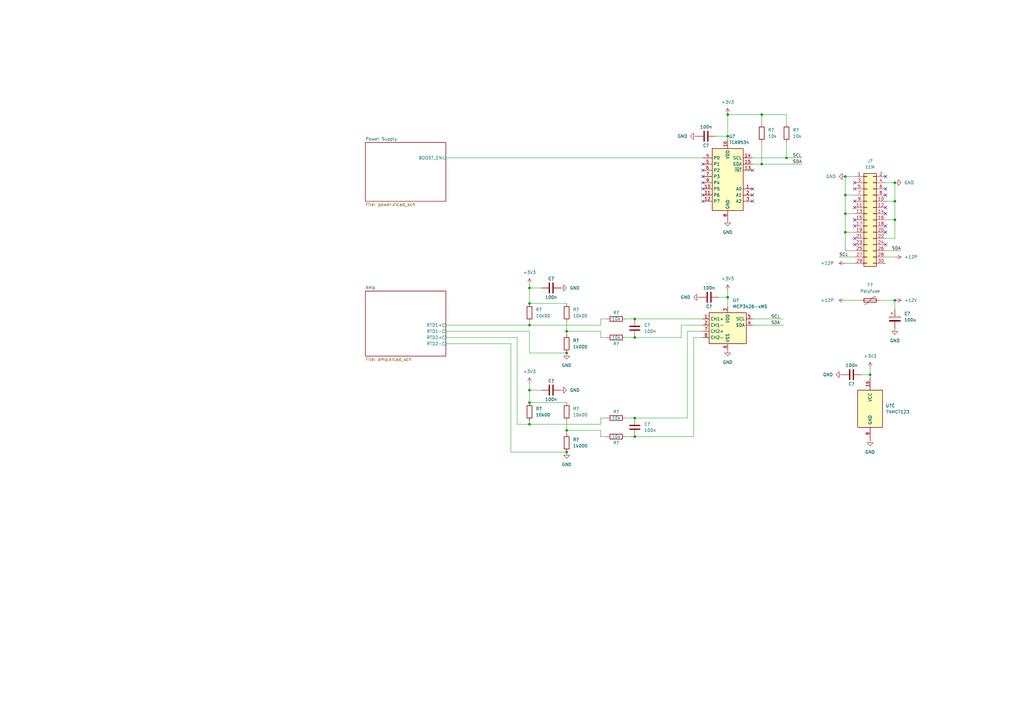
<source format=kicad_sch>
(kicad_sch (version 20211123) (generator eeschema)
  (paper "A3")
  (title_block (title "Usilitel") (date "2022-07-12") (rev "0.1") (company "M-Labs") (comment 1 "Wideband power amplifier") (comment 3 "a.k.a. topquark12") (comment 4 "Alex Wong Tat Hang"))
  (lib_symbols
    (symbol "74xx:74HCT123" (pin_names (offset 1.016))
      (property "Reference" "U" (at -7.62 8.89 0))
      (property "Value" "74HCT123" (at -7.62 -8.89 0))
      (symbol "74HCT123_1_0"
        (pin input inverted (at -12.7 -2.54 0) (length 5.08) (name "A") (number "1"))
        (pin output line (at 12.7 5.08 180) (length 5.08) (name "Q") (number "13"))
        (pin input line (at -12.7 2.54 0) (length 5.08) (name "Cext") (number "14"))
        (pin input line (at -12.7 5.08 0) (length 5.08) (name "RCext") (number "15"))
        (pin input line (at -12.7 -5.08 0) (length 5.08) (name "B") (number "2"))
        (pin input inverted (at 0 -12.7 90) (length 5.08) (name "Clr") (number "3"))
        (pin output line (at 12.7 -5.08 180) (length 5.08) (name "~{Q}") (number "4"))
      )
      (symbol "74HCT123_1_1"
        (rectangle (start -7.62 7.62) (end 7.62 -7.62) (stroke (width 0.254)) (fill (type background)))
      )
      (symbol "74HCT123_2_0"
        (pin input line (at -12.7 -5.08 0) (length 5.08) (name "B") (number "10"))
        (pin input inverted (at 0 -12.7 90) (length 5.08) (name "Clr") (number "11"))
        (pin output line (at 12.7 -5.08 180) (length 5.08) (name "~{Q}") (number "12"))
        (pin output line (at 12.7 5.08 180) (length 5.08) (name "Q") (number "5"))
        (pin input line (at -12.7 2.54 0) (length 5.08) (name "Cext") (number "6"))
        (pin input line (at -12.7 5.08 0) (length 5.08) (name "RCext") (number "7"))
        (pin input inverted (at -12.7 -2.54 0) (length 5.08) (name "A") (number "9"))
      )
      (symbol "74HCT123_2_1"
        (rectangle (start -7.62 7.62) (end 7.62 -7.62) (stroke (width 0.254)) (fill (type background)))
      )
      (symbol "74HCT123_3_0"
        (pin power_in line (at 0 12.7 270) (length 5.08) (name "VCC") (number "16"))
        (pin power_in line (at 0 -12.7 90) (length 5.08) (name "GND") (number "8"))
      )
      (symbol "74HCT123_3_1"
        (rectangle (start -5.08 7.62) (end 5.08 -7.62) (stroke (width 0.254)) (fill (type background)))
      )
    )
    (symbol "Analog_ADC:MCP3426-xMS"
      (property "Reference" "U" (at -3.81 8.89 0))
      (property "Value" "MCP3426-xMS" (at 2.54 8.89 0))
      (symbol "MCP3426-xMS_0_1"
        (rectangle (start -7.62 7.62) (end 7.62 -5.08) (stroke (width 0.254)) (fill (type background)))
      )
      (symbol "MCP3426-xMS_1_1"
        (pin input line (at -10.16 5.08 0) (length 2.54) (name "CH1+") (number "1"))
        (pin input line (at -10.16 2.54 0) (length 2.54) (name "CH1-") (number "2"))
        (pin power_in line (at 0 10.16 270) (length 2.54) (name "VDD") (number "3"))
        (pin bidirectional line (at 10.16 2.54 180) (length 2.54) (name "SDA") (number "4"))
        (pin input line (at 10.16 5.08 180) (length 2.54) (name "SCL") (number "5"))
        (pin power_in line (at 0 -7.62 90) (length 2.54) (name "VSS") (number "6"))
        (pin input line (at -10.16 0 0) (length 2.54) (name "CH2+") (number "7"))
        (pin input line (at -10.16 -2.54 0) (length 2.54) (name "CH2-") (number "8"))
      )
    )
    (symbol "Connector_Generic:Conn_02x15_Odd_Even" (pin_names (offset 1.016) hide)
      (property "Reference" "J" (at 1.27 20.32 0))
      (property "Value" "Conn_02x15_Odd_Even" (at 1.27 -20.32 0))
      (symbol "Conn_02x15_Odd_Even_1_1"
        (rectangle (start -1.27 -17.653) (end 0 -17.907) (stroke (width 0.1524)))
        (rectangle (start -1.27 -15.113) (end 0 -15.367) (stroke (width 0.1524)))
        (rectangle (start -1.27 -12.573) (end 0 -12.827) (stroke (width 0.1524)))
        (rectangle (start -1.27 -10.033) (end 0 -10.287) (stroke (width 0.1524)))
        (rectangle (start -1.27 -7.493) (end 0 -7.747) (stroke (width 0.1524)))
        (rectangle (start -1.27 -4.953) (end 0 -5.207) (stroke (width 0.1524)))
        (rectangle (start -1.27 -2.413) (end 0 -2.667) (stroke (width 0.1524)))
        (rectangle (start -1.27 0.127) (end 0 -0.127) (stroke (width 0.1524)))
        (rectangle (start -1.27 2.667) (end 0 2.413) (stroke (width 0.1524)))
        (rectangle (start -1.27 5.207) (end 0 4.953) (stroke (width 0.1524)))
        (rectangle (start -1.27 7.747) (end 0 7.493) (stroke (width 0.1524)))
        (rectangle (start -1.27 10.287) (end 0 10.033) (stroke (width 0.1524)))
        (rectangle (start -1.27 12.827) (end 0 12.573) (stroke (width 0.1524)))
        (rectangle (start -1.27 15.367) (end 0 15.113) (stroke (width 0.1524)))
        (rectangle (start -1.27 17.907) (end 0 17.653) (stroke (width 0.1524)))
        (rectangle (start -1.27 19.05) (end 3.81 -19.05) (stroke (width 0.254)) (fill (type background)))
        (rectangle (start 3.81 -17.653) (end 2.54 -17.907) (stroke (width 0.1524)))
        (rectangle (start 3.81 -15.113) (end 2.54 -15.367) (stroke (width 0.1524)))
        (rectangle (start 3.81 -12.573) (end 2.54 -12.827) (stroke (width 0.1524)))
        (rectangle (start 3.81 -10.033) (end 2.54 -10.287) (stroke (width 0.1524)))
        (rectangle (start 3.81 -7.493) (end 2.54 -7.747) (stroke (width 0.1524)))
        (rectangle (start 3.81 -4.953) (end 2.54 -5.207) (stroke (width 0.1524)))
        (rectangle (start 3.81 -2.413) (end 2.54 -2.667) (stroke (width 0.1524)))
        (rectangle (start 3.81 0.127) (end 2.54 -0.127) (stroke (width 0.1524)))
        (rectangle (start 3.81 2.667) (end 2.54 2.413) (stroke (width 0.1524)))
        (rectangle (start 3.81 5.207) (end 2.54 4.953) (stroke (width 0.1524)))
        (rectangle (start 3.81 7.747) (end 2.54 7.493) (stroke (width 0.1524)))
        (rectangle (start 3.81 10.287) (end 2.54 10.033) (stroke (width 0.1524)))
        (rectangle (start 3.81 12.827) (end 2.54 12.573) (stroke (width 0.1524)))
        (rectangle (start 3.81 15.367) (end 2.54 15.113) (stroke (width 0.1524)))
        (rectangle (start 3.81 17.907) (end 2.54 17.653) (stroke (width 0.1524)))
        (pin passive line (at -5.08 17.78 0) (length 3.81) (name "Pin_1") (number "1"))
        (pin passive line (at 7.62 7.62 180) (length 3.81) (name "Pin_10") (number "10"))
        (pin passive line (at -5.08 5.08 0) (length 3.81) (name "Pin_11") (number "11"))
        (pin passive line (at 7.62 5.08 180) (length 3.81) (name "Pin_12") (number "12"))
        (pin passive line (at -5.08 2.54 0) (length 3.81) (name "Pin_13") (number "13"))
        (pin passive line (at 7.62 2.54 180) (length 3.81) (name "Pin_14") (number "14"))
        (pin passive line (at -5.08 0 0) (length 3.81) (name "Pin_15") (number "15"))
        (pin passive line (at 7.62 0 180) (length 3.81) (name "Pin_16") (number "16"))
        (pin passive line (at -5.08 -2.54 0) (length 3.81) (name "Pin_17") (number "17"))
        (pin passive line (at 7.62 -2.54 180) (length 3.81) (name "Pin_18") (number "18"))
        (pin passive line (at -5.08 -5.08 0) (length 3.81) (name "Pin_19") (number "19"))
        (pin passive line (at 7.62 17.78 180) (length 3.81) (name "Pin_2") (number "2"))
        (pin passive line (at 7.62 -5.08 180) (length 3.81) (name "Pin_20") (number "20"))
        (pin passive line (at -5.08 -7.62 0) (length 3.81) (name "Pin_21") (number "21"))
        (pin passive line (at 7.62 -7.62 180) (length 3.81) (name "Pin_22") (number "22"))
        (pin passive line (at -5.08 -10.16 0) (length 3.81) (name "Pin_23") (number "23"))
        (pin passive line (at 7.62 -10.16 180) (length 3.81) (name "Pin_24") (number "24"))
        (pin passive line (at -5.08 -12.7 0) (length 3.81) (name "Pin_25") (number "25"))
        (pin passive line (at 7.62 -12.7 180) (length 3.81) (name "Pin_26") (number "26"))
        (pin passive line (at -5.08 -15.24 0) (length 3.81) (name "Pin_27") (number "27"))
        (pin passive line (at 7.62 -15.24 180) (length 3.81) (name "Pin_28") (number "28"))
        (pin passive line (at -5.08 -17.78 0) (length 3.81) (name "Pin_29") (number "29"))
        (pin passive line (at -5.08 15.24 0) (length 3.81) (name "Pin_3") (number "3"))
        (pin passive line (at 7.62 -17.78 180) (length 3.81) (name "Pin_30") (number "30"))
        (pin passive line (at 7.62 15.24 180) (length 3.81) (name "Pin_4") (number "4"))
        (pin passive line (at -5.08 12.7 0) (length 3.81) (name "Pin_5") (number "5"))
        (pin passive line (at 7.62 12.7 180) (length 3.81) (name "Pin_6") (number "6"))
        (pin passive line (at -5.08 10.16 0) (length 3.81) (name "Pin_7") (number "7"))
        (pin passive line (at 7.62 10.16 180) (length 3.81) (name "Pin_8") (number "8"))
        (pin passive line (at -5.08 7.62 0) (length 3.81) (name "Pin_9") (number "9"))
      )
    )
    (symbol "Device:C" (pin_numbers hide) (pin_names (offset 0.254))
      (property "Reference" "C" (at 0.635 2.54 0))
      (property "Value" "C" (at 0.635 -2.54 0))
      (symbol "C_0_1"
        (polyline (pts (xy -2.032 -0.762) (xy 2.032 -0.762)) (stroke (width 0.508)))
        (polyline (pts (xy -2.032 0.762) (xy 2.032 0.762)) (stroke (width 0.508)))
      )
      (symbol "C_1_1"
        (pin passive line (at 0 3.81 270) (length 2.794) (name "~") (number "1"))
        (pin passive line (at 0 -3.81 90) (length 2.794) (name "~") (number "2"))
      )
    )
    (symbol "Device:C_Polarized" (pin_numbers hide) (pin_names (offset 0.254))
      (property "Reference" "C" (at 0.635 2.54 0))
      (property "Value" "C_Polarized" (at 0.635 -2.54 0))
      (symbol "C_Polarized_0_1"
        (rectangle (start -2.286 0.508) (end 2.286 1.016))
        (polyline (pts (xy -1.778 2.286) (xy -0.762 2.286)))
        (polyline (pts (xy -1.27 2.794) (xy -1.27 1.778)))
        (rectangle (start 2.286 -0.508) (end -2.286 -1.016) (fill (type outline)))
      )
      (symbol "C_Polarized_1_1"
        (pin passive line (at 0 3.81 270) (length 2.794) (name "~") (number "1"))
        (pin passive line (at 0 -3.81 90) (length 2.794) (name "~") (number "2"))
      )
    )
    (symbol "Device:Polyfuse" (pin_numbers hide) (pin_names (offset 0))
      (property "Reference" "F" (at -2.54 0 90))
      (property "Value" "Polyfuse" (at 2.54 0 90))
      (symbol "Polyfuse_0_1"
        (rectangle (start -0.762 2.54) (end 0.762 -2.54) (stroke (width 0.254)))
        (polyline (pts (xy 0 2.54) (xy 0 -2.54)))
        (polyline (pts (xy -1.524 2.54) (xy -1.524 1.524) (xy 1.524 -1.524) (xy 1.524 -2.54)))
      )
      (symbol "Polyfuse_1_1"
        (pin passive line (at 0 3.81 270) (length 1.27) (name "~") (number "1"))
        (pin passive line (at 0 -3.81 90) (length 1.27) (name "~") (number "2"))
      )
    )
    (symbol "Device:R" (pin_numbers hide) (pin_names (offset 0))
      (property "Reference" "R" (at 2.032 0 90))
      (property "Value" "R" (at 0 0 90))
      (symbol "R_0_1"
        (rectangle (start -1.016 -2.54) (end 1.016 2.54) (stroke (width 0.254)))
      )
      (symbol "R_1_1"
        (pin passive line (at 0 3.81 270) (length 1.27) (name "~") (number "1"))
        (pin passive line (at 0 -3.81 90) (length 1.27) (name "~") (number "2"))
      )
    )
    (symbol "Interface_Expansion:TCA9534"
      (property "Reference" "U" (at -6.35 12.7 0))
      (property "Value" "TCA9534" (at 2.54 12.7 0))
      (symbol "TCA9534_0_1"
        (rectangle (start -6.35 -13.97) (end 6.35 11.43) (stroke (width 0.254)) (fill (type background)))
      )
      (symbol "TCA9534_1_1"
        (pin input line (at -10.16 -5.08 0) (length 3.81) (name "A0") (number "1"))
        (pin bidirectional line (at 10.16 -5.08 180) (length 3.81) (name "P5") (number "10"))
        (pin bidirectional line (at 10.16 -7.62 180) (length 3.81) (name "P6") (number "11"))
        (pin bidirectional line (at 10.16 -10.16 180) (length 3.81) (name "P7") (number "12"))
        (pin open_collector line (at -10.16 2.54 0) (length 3.81) (name "~{INT}") (number "13"))
        (pin input line (at -10.16 7.62 0) (length 3.81) (name "SCL") (number "14"))
        (pin bidirectional line (at -10.16 5.08 0) (length 3.81) (name "SDA") (number "15"))
        (pin power_in line (at 0 15.24 270) (length 3.81) (name "VDD") (number "16"))
        (pin input line (at -10.16 -7.62 0) (length 3.81) (name "A1") (number "2"))
        (pin input line (at -10.16 -10.16 0) (length 3.81) (name "A2") (number "3"))
        (pin bidirectional line (at 10.16 7.62 180) (length 3.81) (name "P0") (number "4"))
        (pin bidirectional line (at 10.16 5.08 180) (length 3.81) (name "P1") (number "5"))
        (pin bidirectional line (at 10.16 2.54 180) (length 3.81) (name "P2") (number "6"))
        (pin bidirectional line (at 10.16 0 180) (length 3.81) (name "P3") (number "7"))
        (pin power_in line (at 0 -17.78 90) (length 3.81) (name "GND") (number "8"))
        (pin bidirectional line (at 10.16 -2.54 180) (length 3.81) (name "P4") (number "9"))
      )
    )
    (symbol "power:+12P" (power) (pin_names (offset 0))
      (property "Value" "+12P" (at 0 3.556 0))
      (symbol "+12P_0_1"
        (polyline (pts (xy -0.762 1.27) (xy 0 2.54)))
        (polyline (pts (xy 0 0) (xy 0 2.54)))
        (polyline (pts (xy 0 2.54) (xy 0.762 1.27)))
      )
      (symbol "+12P_1_1"
        (pin power_in line (at 0 0 90) (length 0) hide (name "+12P") (number "1"))
      )
    )
    (symbol "power:+12V" (power) (pin_names (offset 0))
      (property "Value" "+12V" (at 0 3.556 0))
      (symbol "+12V_0_1"
        (polyline (pts (xy -0.762 1.27) (xy 0 2.54)))
        (polyline (pts (xy 0 0) (xy 0 2.54)))
        (polyline (pts (xy 0 2.54) (xy 0.762 1.27)))
      )
      (symbol "+12V_1_1"
        (pin power_in line (at 0 0 90) (length 0) hide (name "+12V") (number "1"))
      )
    )
    (symbol "power:+3V3" (power) (pin_names (offset 0))
      (property "Value" "+3V3" (at 0 3.556 0))
      (symbol "+3V3_0_1"
        (polyline (pts (xy -0.762 1.27) (xy 0 2.54)))
        (polyline (pts (xy 0 0) (xy 0 2.54)))
        (polyline (pts (xy 0 2.54) (xy 0.762 1.27)))
      )
      (symbol "+3V3_1_1"
        (pin power_in line (at 0 0 90) (length 0) hide (name "+3V3") (number "1"))
      )
    )
    (symbol "power:GND" (power) (pin_names (offset 0))
      (property "Value" "GND" (at 0 -3.81 0))
      (symbol "GND_0_1"
        (polyline (pts (xy 0 0) (xy 0 -1.27) (xy 1.27 -1.27) (xy 0 -2.54) (xy -1.27 -1.27) (xy 0 -1.27)))
      )
      (symbol "GND_1_1"
        (pin power_in line (at 0 0 270) (length 0) hide (name "GND") (number "1"))
      )
    )
  )
  (junction (at 217.17 118.11))
  (junction (at 217.17 133.35))
  (junction (at 298.45 46.99))
  (junction (at 322.58 64.77))
  (junction (at 260.35 130.81))
  (junction (at 260.35 171.45))
  (junction (at 367.03 74.93))
  (junction (at 346.71 87.63))
  (junction (at 298.45 55.88))
  (junction (at 346.71 95.25))
  (junction (at 217.17 173.99))
  (junction (at 312.42 67.31))
  (junction (at 232.41 144.78))
  (junction (at 217.17 160.02))
  (junction (at 232.41 135.89))
  (junction (at 346.71 80.01))
  (junction (at 217.17 165.1))
  (junction (at 312.42 46.99))
  (junction (at 232.41 176.53))
  (junction (at 367.03 123.19))
  (junction (at 232.41 185.42))
  (junction (at 367.03 82.55))
  (junction (at 217.17 124.46))
  (junction (at 356.87 153.67))
  (junction (at 260.35 179.07))
  (junction (at 260.35 138.43))
  (junction (at 298.45 121.92))
  (junction (at 346.71 72.39))
  (junction (at 367.03 90.17))
  (no_connect (at 363.22 80.01))
  (no_connect (at 350.52 82.55))
  (no_connect (at 350.52 90.17))
  (no_connect (at 350.52 92.71))
  (no_connect (at 350.52 97.79))
  (no_connect (at 350.52 100.33))
  (no_connect (at 350.52 74.93))
  (no_connect (at 350.52 77.47))
  (no_connect (at 363.22 72.39))
  (no_connect (at 363.22 77.47))
  (no_connect (at 350.52 85.09))
  (no_connect (at 363.22 87.63))
  (no_connect (at 363.22 85.09))
  (no_connect (at 363.22 95.25))
  (no_connect (at 363.22 92.71))
  (no_connect (at 363.22 100.33))
  (no_connect (at 308.61 77.47))
  (no_connect (at 308.61 80.01))
  (no_connect (at 308.61 82.55))
  (no_connect (at 308.61 69.85))
  (no_connect (at 288.29 74.93))
  (no_connect (at 288.29 77.47))
  (no_connect (at 288.29 80.01))
  (no_connect (at 288.29 82.55))
  (no_connect (at 288.29 72.39))
  (no_connect (at 288.29 69.85))
  (no_connect (at 288.29 67.31))
  (wire (pts (xy 363.22 90.17) (xy 367.03 90.17)))
  (wire (pts (xy 312.42 58.42) (xy 312.42 67.31)))
  (wire (pts (xy 293.37 55.88) (xy 298.45 55.88)))
  (wire (pts (xy 312.42 67.31) (xy 328.93 67.31)))
  (wire (pts (xy 246.38 133.35) (xy 217.17 133.35)))
  (wire (pts (xy 217.17 160.02) (xy 222.25 160.02)))
  (wire (pts (xy 246.38 138.43) (xy 248.92 138.43)))
  (wire (pts (xy 217.17 157.48) (xy 217.17 160.02)))
  (wire (pts (xy 217.17 118.11) (xy 222.25 118.11)))
  (wire (pts (xy 217.17 135.89) (xy 217.17 144.78)))
  (wire (pts (xy 346.71 107.95) (xy 350.52 107.95)))
  (wire (pts (xy 308.61 130.81) (xy 321.31 130.81)))
  (wire (pts (xy 246.38 171.45) (xy 248.92 171.45)))
  (wire (pts (xy 279.4 138.43) (xy 279.4 133.35)))
  (wire (pts (xy 298.45 55.88) (xy 298.45 57.15)))
  (wire (pts (xy 212.09 138.43) (xy 212.09 173.99)))
  (wire (pts (xy 246.38 179.07) (xy 248.92 179.07)))
  (wire (pts (xy 346.71 72.39) (xy 350.52 72.39)))
  (wire (pts (xy 246.38 135.89) (xy 246.38 138.43)))
  (wire (pts (xy 246.38 171.45) (xy 246.38 173.99)))
  (wire (pts (xy 217.17 133.35) (xy 217.17 132.08)))
  (wire (pts (xy 246.38 176.53) (xy 246.38 179.07)))
  (wire (pts (xy 260.35 171.45) (xy 281.94 171.45)))
  (wire (pts (xy 346.71 80.01) (xy 346.71 72.39)))
  (wire (pts (xy 312.42 46.99) (xy 322.58 46.99)))
  (wire (pts (xy 298.45 121.92) (xy 298.45 125.73)))
  (wire (pts (xy 182.88 138.43) (xy 212.09 138.43)))
  (wire (pts (xy 260.35 138.43) (xy 279.4 138.43)))
  (wire (pts (xy 232.41 135.89) (xy 246.38 135.89)))
  (wire (pts (xy 346.71 102.87) (xy 346.71 95.25)))
  (wire (pts (xy 350.52 102.87) (xy 346.71 102.87)))
  (wire (pts (xy 256.54 171.45) (xy 260.35 171.45)))
  (wire (pts (xy 346.71 87.63) (xy 346.71 80.01)))
  (wire (pts (xy 256.54 179.07) (xy 260.35 179.07)))
  (wire (pts (xy 217.17 173.99) (xy 217.17 172.72)))
  (wire (pts (xy 212.09 173.99) (xy 217.17 173.99)))
  (wire (pts (xy 279.4 133.35) (xy 288.29 133.35)))
  (wire (pts (xy 346.71 95.25) (xy 346.71 87.63)))
  (wire (pts (xy 298.45 46.99) (xy 312.42 46.99)))
  (wire (pts (xy 284.48 138.43) (xy 288.29 138.43)))
  (wire (pts (xy 363.22 82.55) (xy 367.03 82.55)))
  (wire (pts (xy 308.61 64.77) (xy 322.58 64.77)))
  (wire (pts (xy 298.45 46.99) (xy 298.45 55.88)))
  (wire (pts (xy 256.54 138.43) (xy 260.35 138.43)))
  (wire (pts (xy 246.38 130.81) (xy 248.92 130.81)))
  (wire (pts (xy 350.52 95.25) (xy 346.71 95.25)))
  (wire (pts (xy 367.03 82.55) (xy 367.03 74.93)))
  (wire (pts (xy 322.58 64.77) (xy 328.93 64.77)))
  (wire (pts (xy 182.88 133.35) (xy 217.17 133.35)))
  (wire (pts (xy 360.68 123.19) (xy 367.03 123.19)))
  (wire (pts (xy 308.61 133.35) (xy 321.31 133.35)))
  (wire (pts (xy 232.41 176.53) (xy 246.38 176.53)))
  (wire (pts (xy 308.61 67.31) (xy 312.42 67.31)))
  (wire (pts (xy 182.88 140.97) (xy 209.55 140.97)))
  (wire (pts (xy 217.17 165.1) (xy 232.41 165.1)))
  (wire (pts (xy 281.94 171.45) (xy 281.94 135.89)))
  (wire (pts (xy 281.94 135.89) (xy 288.29 135.89)))
  (wire (pts (xy 256.54 130.81) (xy 260.35 130.81)))
  (wire (pts (xy 298.45 119.38) (xy 298.45 121.92)))
  (wire (pts (xy 217.17 118.11) (xy 217.17 124.46)))
  (wire (pts (xy 232.41 135.89) (xy 232.41 137.16)))
  (wire (pts (xy 363.22 74.93) (xy 367.03 74.93)))
  (wire (pts (xy 246.38 130.81) (xy 246.38 133.35)))
  (wire (pts (xy 350.52 80.01) (xy 346.71 80.01)))
  (wire (pts (xy 363.22 97.79) (xy 367.03 97.79)))
  (wire (pts (xy 209.55 185.42) (xy 232.41 185.42)))
  (wire (pts (xy 353.06 153.67) (xy 356.87 153.67)))
  (wire (pts (xy 260.35 179.07) (xy 284.48 179.07)))
  (wire (pts (xy 260.35 130.81) (xy 288.29 130.81)))
  (wire (pts (xy 312.42 46.99) (xy 312.42 50.8)))
  (wire (pts (xy 294.64 121.92) (xy 298.45 121.92)))
  (wire (pts (xy 246.38 173.99) (xy 217.17 173.99)))
  (wire (pts (xy 344.17 105.41) (xy 350.52 105.41)))
  (wire (pts (xy 232.41 172.72) (xy 232.41 176.53)))
  (wire (pts (xy 363.22 102.87) (xy 369.57 102.87)))
  (wire (pts (xy 217.17 160.02) (xy 217.17 165.1)))
  (wire (pts (xy 350.52 87.63) (xy 346.71 87.63)))
  (wire (pts (xy 322.58 58.42) (xy 322.58 64.77)))
  (wire (pts (xy 363.22 105.41) (xy 367.03 105.41)))
  (wire (pts (xy 209.55 140.97) (xy 209.55 185.42)))
  (wire (pts (xy 356.87 151.13) (xy 356.87 153.67)))
  (wire (pts (xy 182.88 135.89) (xy 217.17 135.89)))
  (wire (pts (xy 284.48 179.07) (xy 284.48 138.43)))
  (wire (pts (xy 232.41 132.08) (xy 232.41 135.89)))
  (wire (pts (xy 182.88 64.77) (xy 288.29 64.77)))
  (wire (pts (xy 367.03 97.79) (xy 367.03 90.17)))
  (wire (pts (xy 367.03 90.17) (xy 367.03 82.55)))
  (wire (pts (xy 232.41 176.53) (xy 232.41 177.8)))
  (wire (pts (xy 217.17 124.46) (xy 232.41 124.46)))
  (wire (pts (xy 367.03 123.19) (xy 367.03 127)))
  (wire (pts (xy 217.17 144.78) (xy 232.41 144.78)))
  (wire (pts (xy 356.87 153.67) (xy 356.87 154.94)))
  (wire (pts (xy 322.58 46.99) (xy 322.58 50.8)))
  (wire (pts (xy 346.71 123.19) (xy 353.06 123.19)))
  (wire (pts (xy 217.17 116.84) (xy 217.17 118.11)))
  (label "SDA" (at 316.23 133.35 0))
  (label "SDA" (at 365.76 102.87 0))
  (label "SCL" (at 325.12 64.77 0))
  (label "SCL" (at 344.17 105.41 0))
  (label "SDA" (at 325.12 67.31 0))
  (label "SCL" (at 316.23 130.81 0))
  (symbol (lib_id "Device:C") (at 289.56 55.88 90) (unit 1)
    (property "Reference" "C?" (at 289.56 59.69 90))
    (property "Value" "100n" (at 289.56 52.07 90))
  )
  (symbol (lib_id "power:GND") (at 287.02 121.92 270) (unit 1)
    (property "Reference" "#PWR?" (effects hide))
    (property "Value" "GND" (at 283.21 121.9199 90) (effects (justify right)))
  )
  (symbol (lib_id "power:+12P") (at 367.03 105.41 270) (unit 1)
    (property "Reference" "#PWR?" (effects hide))
    (property "Value" "+12P" (at 370.84 105.4099 90) (effects (justify left)))
  )
  (symbol (lib_id "Connector_Generic:Conn_02x15_Odd_Even") (at 355.6 90.17 0) (unit 1)
    (property "Reference" "J?" (at 356.87 66.04 0))
    (property "Value" "EEM" (at 356.87 68.58 0))
  )
  (symbol (lib_id "Device:Polyfuse") (at 356.87 123.19 90) (unit 1)
    (property "Reference" "F?" (at 356.87 116.84 90))
    (property "Value" "Polyfuse" (at 356.87 119.38 90))
  )
  (symbol (lib_id "Device:R") (at 252.73 138.43 90) (unit 1)
    (property "Reference" "R?" (at 252.73 140.97 90))
    (property "Value" "10k" (at 252.73 138.43 90))
  )
  (symbol (lib_id "Device:C") (at 226.06 118.11 270) (unit 1)
    (property "Reference" "C?" (at 226.06 114.3 90))
    (property "Value" "100n" (at 226.06 121.92 90))
  )
  (symbol (lib_id "power:GND") (at 367.03 134.62 0) (unit 1)
    (property "Reference" "#PWR?" (effects hide))
    (property "Value" "GND" (at 367.03 139.7 0))
  )
  (symbol (lib_id "power:+3V3") (at 217.17 116.84 0) (unit 1)
    (property "Reference" "#PWR?" (effects hide))
    (property "Value" "+3V3" (at 217.17 111.76 0))
  )
  (symbol (lib_id "74xx:74HCT123") (at 356.87 167.64 0) (unit 3)
    (property "Reference" "U?" (at 363.22 166.3699 0) (effects (justify left)))
    (property "Value" "74HCT123" (at 363.22 168.9099 0) (effects (justify left)))
    (property "Datasheet" "https://assets.nexperia.com/documents/data-sheet/74HC_HCT123.pdf" (effects hide))
  )
  (symbol (lib_id "power:GND") (at 298.45 90.17 0) (unit 1)
    (property "Reference" "#PWR?" (effects hide))
    (property "Value" "GND" (at 298.45 95.25 0))
  )
  (symbol (lib_id "Device:C_Polarized") (at 367.03 130.81 0) (unit 1)
    (property "Reference" "C?" (at 370.84 128.6509 0) (effects (justify left)))
    (property "Value" "100u" (at 370.84 131.1909 0) (effects (justify left)))
  )
  (symbol (lib_id "Device:C") (at 260.35 175.26 0) (unit 1)
    (property "Reference" "C?" (at 264.16 173.9899 0) (effects (justify left)))
    (property "Value" "100n" (at 264.16 176.5299 0) (effects (justify left)))
  )
  (symbol (lib_id "power:+3V3") (at 356.87 151.13 0) (unit 1)
    (property "Reference" "#PWR?" (effects hide))
    (property "Value" "+3V3" (at 356.87 146.05 0))
  )
  (symbol (lib_id "power:GND") (at 229.87 160.02 90) (unit 1)
    (property "Reference" "#PWR?" (effects hide))
    (property "Value" "GND" (at 233.68 160.0201 90) (effects (justify right)))
  )
  (symbol (lib_id "power:+12P") (at 346.71 123.19 90) (unit 1)
    (property "Reference" "#PWR?" (effects hide))
    (property "Value" "+12P" (at 336.55 123.19 90) (effects (justify right)))
  )
  (symbol (lib_id "Device:R") (at 252.73 171.45 90) (unit 1)
    (property "Reference" "R?" (at 252.73 168.91 90))
    (property "Value" "10k" (at 252.73 171.45 90))
  )
  (symbol (lib_id "power:GND") (at 356.87 180.34 0) (unit 1)
    (property "Reference" "#PWR?" (effects hide))
    (property "Value" "GND" (at 356.87 185.42 0))
  )
  (symbol (lib_id "Interface_Expansion:TCA9534") (at 298.45 72.39 0) (mirror y) (unit 1)
    (property "Reference" "U?" (at 298.9706 55.88 0) (effects (justify right)))
    (property "Value" "TCA9534" (at 298.9706 58.42 0) (effects (justify right)))
    (property "Datasheet" "http://www.ti.com/lit/ds/symlink/tca9534.pdf" (effects hide))
  )
  (symbol (lib_id "Device:R") (at 312.42 54.61 0) (unit 1)
    (property "Reference" "R?" (at 314.96 53.3399 0) (effects (justify left)))
    (property "Value" "10k" (at 314.96 55.8799 0) (effects (justify left)))
  )
  (symbol (lib_id "Device:R") (at 217.17 128.27 0) (unit 1)
    (property "Reference" "R?" (at 219.71 126.9999 0) (effects (justify left)))
    (property "Value" "10k00" (at 219.71 129.5399 0) (effects (justify left)))
  )
  (symbol (lib_id "Device:R") (at 232.41 181.61 0) (unit 1)
    (property "Reference" "R?" (at 234.95 180.3399 0) (effects (justify left)))
    (property "Value" "1k000" (at 234.95 182.8799 0) (effects (justify left)))
  )
  (symbol (lib_id "Device:R") (at 232.41 128.27 0) (unit 1)
    (property "Reference" "R?" (at 234.95 126.9999 0) (effects (justify left)))
    (property "Value" "10k00" (at 234.95 129.5399 0) (effects (justify left)))
  )
  (symbol (lib_id "Device:C") (at 349.25 153.67 90) (unit 1)
    (property "Reference" "C?" (at 349.25 157.48 90))
    (property "Value" "100n" (at 349.25 149.86 90))
  )
  (symbol (lib_id "power:+3V3") (at 298.45 46.99 0) (unit 1)
    (property "Reference" "#PWR?" (effects hide))
    (property "Value" "+3V3" (at 298.45 41.91 0))
  )
  (symbol (lib_id "power:GND") (at 229.87 118.11 90) (unit 1)
    (property "Reference" "#PWR?" (effects hide))
    (property "Value" "GND" (at 233.68 118.1101 90) (effects (justify right)))
  )
  (symbol (lib_id "Device:C") (at 226.06 160.02 270) (unit 1)
    (property "Reference" "C?" (at 226.06 156.21 90))
    (property "Value" "100n" (at 226.06 163.83 90))
  )
  (symbol (lib_id "power:GND") (at 232.41 144.78 0) (unit 1)
    (property "Reference" "#PWR?" (effects hide))
    (property "Value" "GND" (at 232.41 149.86 0))
  )
  (symbol (lib_id "Device:R") (at 232.41 140.97 0) (unit 1)
    (property "Reference" "R?" (at 234.95 139.6999 0) (effects (justify left)))
    (property "Value" "1k000" (at 234.95 142.2399 0) (effects (justify left)))
  )
  (symbol (lib_id "power:GND") (at 367.03 74.93 90) (unit 1)
    (property "Reference" "#PWR?" (effects hide))
    (property "Value" "GND" (at 370.84 74.9299 90) (effects (justify right)))
  )
  (symbol (lib_id "power:GND") (at 298.45 143.51 0) (unit 1)
    (property "Reference" "#PWR?" (effects hide))
    (property "Value" "GND" (at 298.45 148.59 0))
  )
  (symbol (lib_id "power:+3V3") (at 217.17 157.48 0) (unit 1)
    (property "Reference" "#PWR?" (effects hide))
    (property "Value" "+3V3" (at 217.17 152.4 0))
  )
  (symbol (lib_id "power:GND") (at 232.41 185.42 0) (unit 1)
    (property "Reference" "#PWR?" (effects hide))
    (property "Value" "GND" (at 232.41 190.5 0))
  )
  (symbol (lib_id "Device:R") (at 232.41 168.91 0) (unit 1)
    (property "Reference" "R?" (at 234.95 167.6399 0) (effects (justify left)))
    (property "Value" "10k00" (at 234.95 170.1799 0) (effects (justify left)))
  )
  (symbol (lib_id "Device:R") (at 322.58 54.61 0) (unit 1)
    (property "Reference" "R?" (at 325.12 53.3399 0) (effects (justify left)))
    (property "Value" "10k" (at 325.12 55.8799 0) (effects (justify left)))
  )
  (symbol (lib_id "power:+12V") (at 367.03 123.19 270) (unit 1)
    (property "Reference" "#PWR?" (effects hide))
    (property "Value" "+12V" (at 370.84 123.1899 90) (effects (justify left)))
  )
  (symbol (lib_id "Device:C") (at 260.35 134.62 0) (unit 1)
    (property "Reference" "C?" (at 264.16 133.3499 0) (effects (justify left)))
    (property "Value" "100n" (at 264.16 135.8899 0) (effects (justify left)))
  )
  (symbol (lib_id "Analog_ADC:MCP3426-xMS") (at 298.45 135.89 0) (unit 1)
    (property "Reference" "U?" (at 300.4694 123.19 0) (effects (justify left)))
    (property "Value" "MCP3426-xMS" (at 300.4694 125.73 0) (effects (justify left)))
    (property "Datasheet" "http://ww1.microchip.com/downloads/en/DeviceDoc/22226a.pdf" (effects hide))
  )
  (symbol (lib_id "Device:C") (at 290.83 121.92 90) (unit 1)
    (property "Reference" "C?" (at 290.83 125.73 90))
    (property "Value" "100n" (at 290.83 118.11 90))
  )
  (symbol (lib_id "Device:R") (at 252.73 179.07 90) (unit 1)
    (property "Reference" "R?" (at 252.73 181.61 90))
    (property "Value" "10k" (at 252.73 179.07 90))
  )
  (symbol (lib_id "power:GND") (at 345.44 153.67 270) (unit 1)
    (property "Reference" "#PWR?" (effects hide))
    (property "Value" "GND" (at 341.63 153.6699 90) (effects (justify right)))
  )
  (symbol (lib_id "power:GND") (at 285.75 55.88 270) (unit 1)
    (property "Reference" "#PWR?" (effects hide))
    (property "Value" "GND" (at 281.94 55.8799 90) (effects (justify right)))
  )
  (symbol (lib_id "Device:R") (at 252.73 130.81 90) (unit 1)
    (property "Reference" "R?" (at 252.73 128.27 90))
    (property "Value" "10k" (at 252.73 130.81 90))
  )
  (symbol (lib_id "power:+12P") (at 346.71 107.95 90) (unit 1)
    (property "Reference" "#PWR?" (effects hide))
    (property "Value" "+12P" (at 336.55 107.95 90) (effects (justify right)))
  )
  (symbol (lib_id "power:GND") (at 346.71 72.39 270) (unit 1)
    (property "Reference" "#PWR?" (effects hide))
    (property "Value" "GND" (at 342.9 72.3899 90) (effects (justify right)))
  )
  (symbol (lib_id "Device:R") (at 217.17 168.91 0) (unit 1)
    (property "Reference" "R?" (at 219.71 167.6399 0) (effects (justify left)))
    (property "Value" "10k00" (at 219.71 170.1799 0) (effects (justify left)))
  )
  (symbol (lib_id "power:+3V3") (at 298.45 119.38 0) (unit 1)
    (property "Reference" "#PWR?" (effects hide))
    (property "Value" "+3V3" (at 298.45 114.3 0))
  )
  (sheet (at 149.86 119.38) (size 33.02 26.67) (stroke (width 0.1524))
    (property "Sheet name" "Amp" (at 149.86 118.6684 0) (effects (justify left bottom)))
    (property "Sheet file" "amp.kicad_sch" (at 149.86 146.6346 0) (effects (justify left top)))
    (pin "RTD2+" passive (at 182.88 138.43 0))
    (pin "RTD2-" passive (at 182.88 140.97 0))
    (pin "RTD1+" passive (at 182.88 133.35 0))
    (pin "RTD1-" passive (at 182.88 135.89 0))
  )
  (sheet (at 149.86 58.42) (size 33.02 24.13) (stroke (width 0.1524))
    (property "Sheet name" "Power Supply" (at 149.86 57.7084 0) (effects (justify left bottom)))
    (property "Sheet file" "power.kicad_sch" (at 149.86 83.1346 0) (effects (justify left top)))
    (pin "BOOST_EN" input (at 182.88 64.77 0))
  )
)
</source>
